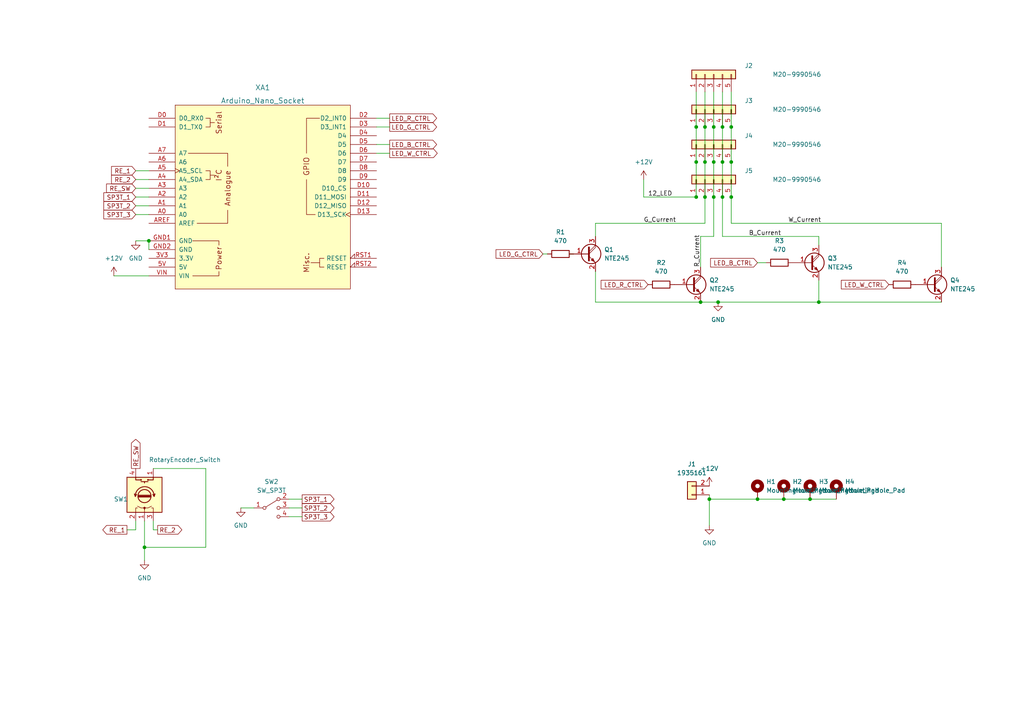
<source format=kicad_sch>
(kicad_sch (version 20211123) (generator eeschema)
  (paper "A4")
  (lib_symbols
    (symbol "Arduino:Arduino_Nano_Socket" (pin_names (offset 1.016))
      (property "Reference" "XA" (at 2.54 0 90))
      (property "Value" "Arduino_Nano_Socket" (at -2.54 0 90))
      (symbol "Arduino_Nano_Socket_0_0"
        (rectangle (start -25.4 26.67) (end 25.4 -26.67) (fill (type background)))
        (polyline (pts (xy -15.24 6.35) (xy -13.97 6.35)))
        (polyline (pts (xy -15.24 21.59) (xy -13.97 21.59)))
        (polyline (pts (xy 16.51 -19.05) (xy 13.97 -19.05)))
        (polyline (pts (xy -20.32 -22.86) (xy -12.7 -22.86) (xy -12.7 -21.59)))
        (polyline (pts (xy -12.7 -13.97) (xy -12.7 -12.7) (xy -20.32 -12.7)))
        (polyline (pts (xy -16.51 7.62) (xy -15.24 7.62) (xy -15.24 5.08) (xy -16.51 5.08)))
        (polyline (pts (xy -16.51 22.86) (xy -15.24 22.86) (xy -15.24 20.32) (xy -16.51 20.32)))
        (text "Analogue" (at -10.16 2.54 900) (effects (font (size 1.524 1.524))))
        (text "I²C" (at -12.7 6.35 900) (effects (font (size 1.524 1.524))))
        (text "Misc." (at 12.7 -19.05 900) (effects (font (size 1.524 1.524))))
        (text "Power" (at -12.7 -17.78 900) (effects (font (size 1.524 1.524))))
        (text "Serial" (at -12.7 21.59 900) (effects (font (size 1.524 1.524))))
      )
      (symbol "Arduino_Nano_Socket_0_1"
        (polyline (pts (xy -21.59 12.7) (xy -10.16 12.7) (xy -10.16 8.89)))
        (polyline (pts (xy -19.05 -7.62) (xy -10.16 -7.62) (xy -10.16 -3.81)))
        (polyline (pts (xy 15.24 -5.08) (xy 12.7 -5.08) (xy 12.7 5.08)))
        (polyline (pts (xy 16.51 22.86) (xy 12.7 22.86) (xy 12.7 12.7)))
        (polyline (pts (xy 17.78 -17.78) (xy 16.51 -17.78) (xy 16.51 -20.32) (xy 17.78 -20.32)))
      )
      (symbol "Arduino_Nano_Socket_1_0"
        (text "GPIO" (at 12.7 8.89 900) (effects (font (size 1.524 1.524))))
      )
      (symbol "Arduino_Nano_Socket_1_1"
        (pin power_in line (at -33.02 -17.78 0) (length 7.62) (name "3.3V") (number "3V3"))
        (pin power_in line (at -33.02 -20.32 0) (length 7.62) (name "5V") (number "5V"))
        (pin bidirectional line (at -33.02 -5.08 0) (length 7.62) (name "A0") (number "A0"))
        (pin bidirectional line (at -33.02 -2.54 0) (length 7.62) (name "A1") (number "A1"))
        (pin bidirectional line (at -33.02 0 0) (length 7.62) (name "A2") (number "A2"))
        (pin bidirectional line (at -33.02 2.54 0) (length 7.62) (name "A3") (number "A3"))
        (pin bidirectional line (at -33.02 5.08 0) (length 7.62) (name "A4_SDA") (number "A4"))
        (pin bidirectional clock (at -33.02 7.62 0) (length 7.62) (name "A5_SCL") (number "A5"))
        (pin input line (at -33.02 10.16 0) (length 7.62) (name "A6") (number "A6"))
        (pin input line (at -33.02 12.7 0) (length 7.62) (name "A7") (number "A7"))
        (pin input line (at -33.02 -7.62 0) (length 7.62) (name "AREF") (number "AREF"))
        (pin bidirectional line (at -33.02 22.86 0) (length 7.62) (name "D0_RX0") (number "D0"))
        (pin bidirectional line (at -33.02 20.32 0) (length 7.62) (name "D1_TX0") (number "D1"))
        (pin bidirectional line (at 33.02 2.54 180) (length 7.62) (name "D10_CS") (number "D10"))
        (pin bidirectional line (at 33.02 0 180) (length 7.62) (name "D11_MOSI") (number "D11"))
        (pin bidirectional line (at 33.02 -2.54 180) (length 7.62) (name "D12_MISO") (number "D12"))
        (pin bidirectional clock (at 33.02 -5.08 180) (length 7.62) (name "D13_SCK") (number "D13"))
        (pin bidirectional line (at 33.02 22.86 180) (length 7.62) (name "D2_INT0") (number "D2"))
        (pin bidirectional line (at 33.02 20.32 180) (length 7.62) (name "D3_INT1") (number "D3"))
        (pin bidirectional line (at 33.02 17.78 180) (length 7.62) (name "D4") (number "D4"))
        (pin bidirectional line (at 33.02 15.24 180) (length 7.62) (name "D5") (number "D5"))
        (pin bidirectional line (at 33.02 12.7 180) (length 7.62) (name "D6") (number "D6"))
        (pin bidirectional line (at 33.02 10.16 180) (length 7.62) (name "D7") (number "D7"))
        (pin bidirectional line (at 33.02 7.62 180) (length 7.62) (name "D8") (number "D8"))
        (pin bidirectional line (at 33.02 5.08 180) (length 7.62) (name "D9") (number "D9"))
        (pin power_in line (at -33.02 -12.7 0) (length 7.62) (name "GND") (number "GND1"))
        (pin power_in line (at -33.02 -15.24 0) (length 7.62) (name "GND") (number "GND2"))
        (pin open_collector input_low (at 33.02 -17.78 180) (length 7.62) (name "RESET") (number "RST1"))
        (pin open_collector input_low (at 33.02 -20.32 180) (length 7.62) (name "RESET") (number "RST2"))
        (pin power_in line (at -33.02 -22.86 0) (length 7.62) (name "VIN") (number "VIN"))
      )
    )
    (symbol "Connector_Generic:Conn_01x02" (pin_names (offset 1.016) hide)
      (property "Reference" "J" (at 0 2.54 0))
      (property "Value" "Conn_01x02" (at 0 -5.08 0))
      (symbol "Conn_01x02_1_1"
        (rectangle (start -1.27 -2.413) (end 0 -2.667) (stroke (width 0.1524)))
        (rectangle (start -1.27 0.127) (end 0 -0.127) (stroke (width 0.1524)))
        (rectangle (start -1.27 1.27) (end 1.27 -3.81) (stroke (width 0.254)) (fill (type background)))
        (pin passive line (at -5.08 0 0) (length 3.81) (name "Pin_1") (number "1"))
        (pin passive line (at -5.08 -2.54 0) (length 3.81) (name "Pin_2") (number "2"))
      )
    )
    (symbol "Connector_Generic:Conn_01x05" (pin_names (offset 1.016) hide)
      (property "Reference" "J" (at 0 7.62 0))
      (property "Value" "Conn_01x05" (at 0 -7.62 0))
      (symbol "Conn_01x05_1_1"
        (rectangle (start -1.27 -4.953) (end 0 -5.207) (stroke (width 0.1524)))
        (rectangle (start -1.27 -2.413) (end 0 -2.667) (stroke (width 0.1524)))
        (rectangle (start -1.27 0.127) (end 0 -0.127) (stroke (width 0.1524)))
        (rectangle (start -1.27 2.667) (end 0 2.413) (stroke (width 0.1524)))
        (rectangle (start -1.27 5.207) (end 0 4.953) (stroke (width 0.1524)))
        (rectangle (start -1.27 6.35) (end 1.27 -6.35) (stroke (width 0.254)) (fill (type background)))
        (pin passive line (at -5.08 5.08 0) (length 3.81) (name "Pin_1") (number "1"))
        (pin passive line (at -5.08 2.54 0) (length 3.81) (name "Pin_2") (number "2"))
        (pin passive line (at -5.08 0 0) (length 3.81) (name "Pin_3") (number "3"))
        (pin passive line (at -5.08 -2.54 0) (length 3.81) (name "Pin_4") (number "4"))
        (pin passive line (at -5.08 -5.08 0) (length 3.81) (name "Pin_5") (number "5"))
      )
    )
    (symbol "Device:Q_NPN_Darlington_EBC" (pin_names (offset 0) hide)
      (property "Reference" "Q4" (at 5.08 1.2701 0))
      (property "Value" "NTE245" (at 5.08 -1.2699 0))
      (symbol "Q_NPN_Darlington_EBC_0_1"
        (polyline (pts (xy 0.635 0.635) (xy 2.54 2.54)))
        (polyline (pts (xy 0.635 -0.635) (xy 2.54 -2.54) (xy 2.54 -2.54)))
        (polyline (pts (xy 0.635 0) (xy 2.54 1.905) (xy 2.54 2.54)))
        (polyline (pts (xy 0.635 1.905) (xy 0.635 -1.905) (xy 0.635 -1.905)) (stroke (width 0.508)))
        (polyline (pts (xy 1.27 -1.778) (xy 1.778 -1.27) (xy 2.286 -2.286) (xy 1.27 -1.778) (xy 1.27 -1.778)) (fill (type outline)))
        (circle (center 1.27 0) (radius 2.8194) (stroke (width 0.254)))
      )
      (symbol "Q_NPN_Darlington_EBC_1_1"
        (pin passive line (at -5.08 0 0) (length 5.715) (name "B") (number "1"))
        (pin passive line (at 2.54 -5.08 90) (length 2.54) (name "E") (number "2"))
        (pin passive line (at 2.54 5.08 270) (length 2.54) (name "C") (number "3"))
      )
    )
    (symbol "Device:R" (pin_numbers hide) (pin_names (offset 0))
      (property "Reference" "R" (at 2.032 0 90))
      (property "Value" "R" (at 0 0 90))
      (symbol "R_0_1"
        (rectangle (start -1.016 -2.54) (end 1.016 2.54) (stroke (width 0.254)))
      )
      (symbol "R_1_1"
        (pin passive line (at 0 3.81 270) (length 1.27) (name "~") (number "1"))
        (pin passive line (at 0 -3.81 90) (length 1.27) (name "~") (number "2"))
      )
    )
    (symbol "Device:RotaryEncoder_Switch" (pin_names (offset 0.254) hide)
      (property "Reference" "SW1" (at -1.27 8.89 90))
      (property "Value" "RotaryEncoder_Switch" (at 15.24 6.35 90))
      (symbol "RotaryEncoder_Switch_0_1"
        (rectangle (start -5.08 5.08) (end 5.08 -5.08) (stroke (width 0.254)) (fill (type background)))
        (circle (center -3.81 0) (radius 0.254) (fill (type outline)))
        (arc (start -0.381 -2.794) (mid 2.3622 -0.0508) (end -0.381 2.667) (stroke (width 0.254)))
        (circle (center -0.381 0) (radius 1.905) (stroke (width 0.254)))
        (polyline (pts (xy -0.635 -1.778) (xy -0.635 1.778)) (stroke (width 0.254)))
        (polyline (pts (xy -0.381 -1.778) (xy -0.381 1.778)) (stroke (width 0.254)))
        (polyline (pts (xy -0.127 1.778) (xy -0.127 -1.778)) (stroke (width 0.254)))
        (polyline (pts (xy 3.81 0) (xy 3.429 0)) (stroke (width 0.254)))
        (polyline (pts (xy 3.81 1.016) (xy 3.81 -1.016)) (stroke (width 0.254)))
        (polyline (pts (xy -5.08 -2.54) (xy -3.81 -2.54) (xy -3.81 -2.032)))
        (polyline (pts (xy -5.08 2.54) (xy -3.81 2.54) (xy -3.81 2.032)))
        (polyline (pts (xy 0.254 -3.048) (xy -0.508 -2.794) (xy 0.127 -2.413)) (stroke (width 0.254)))
        (polyline (pts (xy 0.254 2.921) (xy -0.508 2.667) (xy 0.127 2.286)) (stroke (width 0.254)))
        (polyline (pts (xy 5.08 -2.54) (xy 4.318 -2.54) (xy 4.318 -1.016)) (stroke (width 0.254)))
        (polyline (pts (xy 5.08 2.54) (xy 4.318 2.54) (xy 4.318 1.016)) (stroke (width 0.254)))
        (polyline (pts (xy -5.08 0) (xy -3.81 0) (xy -3.81 -1.016) (xy -3.302 -2.032)))
        (polyline (pts (xy -4.318 0) (xy -3.81 0) (xy -3.81 1.016) (xy -3.302 2.032)))
        (circle (center 4.318 -1.016) (radius 0.127) (stroke (width 0.254)))
        (circle (center 4.318 1.016) (radius 0.127) (stroke (width 0.254)))
      )
      (symbol "RotaryEncoder_Switch_1_1"
        (pin passive line (at -7.62 0 0) (length 2.54) (name "C") (number "1"))
        (pin passive line (at 7.62 -2.54 180) (length 2.54) (name "S2") (number "1"))
        (pin passive line (at -7.62 2.54 0) (length 2.54) (name "A") (number "2"))
        (pin passive line (at -7.62 -2.54 0) (length 2.54) (name "B") (number "3"))
        (pin passive line (at 7.62 2.54 180) (length 2.54) (name "S1") (number "4"))
      )
    )
    (symbol "Mechanical:MountingHole_Pad" (pin_numbers hide) (pin_names (offset 1.016) hide)
      (property "Reference" "H" (at 0 6.35 0))
      (property "Value" "MountingHole_Pad" (at 0 4.445 0))
      (symbol "MountingHole_Pad_0_1"
        (circle (center 0 1.27) (radius 1.27) (stroke (width 1.27)))
      )
      (symbol "MountingHole_Pad_1_1"
        (pin input line (at 0 -2.54 90) (length 2.54) (name "1") (number "1"))
      )
    )
    (symbol "Q_NPN_Darlington_EBC_1" (pin_names (offset 0) hide)
      (property "Reference" "Q1" (at 5.08 1.2701 0))
      (property "Value" "NTE245" (at 5.08 -1.2699 0))
      (symbol "Q_NPN_Darlington_EBC_1_0_1"
        (polyline (pts (xy 0.635 0.635) (xy 2.54 2.54)))
        (polyline (pts (xy 0.635 -0.635) (xy 2.54 -2.54) (xy 2.54 -2.54)))
        (polyline (pts (xy 0.635 0) (xy 2.54 1.905) (xy 2.54 2.54)))
        (polyline (pts (xy 0.635 1.905) (xy 0.635 -1.905) (xy 0.635 -1.905)) (stroke (width 0.508)))
        (polyline (pts (xy 1.27 -1.778) (xy 1.778 -1.27) (xy 2.286 -2.286) (xy 1.27 -1.778) (xy 1.27 -1.778)) (fill (type outline)))
        (circle (center 1.27 0) (radius 2.8194) (stroke (width 0.254)))
      )
      (symbol "Q_NPN_Darlington_EBC_1_1_1"
        (pin passive line (at -5.08 0 0) (length 5.715) (name "B") (number "1"))
        (pin passive line (at 2.54 -5.08 90) (length 2.54) (name "E") (number "2"))
        (pin passive line (at 2.54 5.08 270) (length 2.54) (name "C") (number "3"))
      )
    )
    (symbol "Q_NPN_Darlington_EBC_2" (pin_names (offset 0) hide)
      (property "Reference" "Q2" (at 5.08 1.2701 0))
      (property "Value" "Q_NPN_Darlington_EBC_2" (at 5.08 -1.2699 0))
      (symbol "Q_NPN_Darlington_EBC_2_0_1"
        (polyline (pts (xy 0.635 0.635) (xy 2.54 2.54)))
        (polyline (pts (xy 0.635 -0.635) (xy 2.54 -2.54) (xy 2.54 -2.54)))
        (polyline (pts (xy 0.635 0) (xy 2.54 1.905) (xy 2.54 2.54)))
        (polyline (pts (xy 0.635 1.905) (xy 0.635 -1.905) (xy 0.635 -1.905)) (stroke (width 0.508)))
        (polyline (pts (xy 1.27 -1.778) (xy 1.778 -1.27) (xy 2.286 -2.286) (xy 1.27 -1.778) (xy 1.27 -1.778)) (fill (type outline)))
        (circle (center 1.27 0) (radius 2.8194) (stroke (width 0.254)))
      )
      (symbol "Q_NPN_Darlington_EBC_2_1_1"
        (pin passive line (at -5.08 0 0) (length 5.715) (name "B") (number "1"))
        (pin passive line (at 2.54 -5.08 90) (length 2.54) (name "E") (number "2"))
        (pin passive line (at 2.54 5.08 270) (length 2.54) (name "C") (number "3"))
      )
    )
    (symbol "Q_NPN_Darlington_EBC_3" (pin_names (offset 0) hide)
      (property "Reference" "Q3" (at 5.08 1.2701 0))
      (property "Value" "Q_NPN_Darlington_EBC_3" (at 5.08 -1.2699 0))
      (symbol "Q_NPN_Darlington_EBC_3_0_1"
        (polyline (pts (xy 0.635 0.635) (xy 2.54 2.54)))
        (polyline (pts (xy 0.635 -0.635) (xy 2.54 -2.54) (xy 2.54 -2.54)))
        (polyline (pts (xy 0.635 0) (xy 2.54 1.905) (xy 2.54 2.54)))
        (polyline (pts (xy 0.635 1.905) (xy 0.635 -1.905) (xy 0.635 -1.905)) (stroke (width 0.508)))
        (polyline (pts (xy 1.27 -1.778) (xy 1.778 -1.27) (xy 2.286 -2.286) (xy 1.27 -1.778) (xy 1.27 -1.778)) (fill (type outline)))
        (circle (center 1.27 0) (radius 2.8194) (stroke (width 0.254)))
      )
      (symbol "Q_NPN_Darlington_EBC_3_1_1"
        (pin passive line (at -5.08 0 0) (length 5.715) (name "B") (number "1"))
        (pin passive line (at 2.54 -5.08 90) (length 2.54) (name "E") (number "2"))
        (pin passive line (at 2.54 5.08 270) (length 2.54) (name "C") (number "3"))
      )
    )
    (symbol "Switch:SW_SP3T" (pin_names (offset 0) hide)
      (property "Reference" "SW2" (at 0 7.62 0))
      (property "Value" "SW_SP3T" (at 0 5.08 0))
      (symbol "SW_SP3T_0_1"
        (circle (center -2.032 0) (radius 0.4572))
        (polyline (pts (xy -1.651 0.254) (xy 1.651 2.286)))
        (circle (center 2.032 -2.54) (radius 0.4572))
        (circle (center 2.032 0) (radius 0.4572))
        (circle (center 2.032 2.54) (radius 0.4572))
      )
      (symbol "SW_SP3T_1_1"
        (pin passive line (at -5.08 0 0) (length 2.54) (name "3") (number "1"))
        (pin passive line (at 5.08 2.54 180) (length 2.54) (name "1") (number "2"))
        (pin passive line (at 5.08 0 180) (length 2.54) (name "2") (number "3"))
        (pin passive line (at 5.08 -2.54 180) (length 2.54) (name "4") (number "4"))
      )
    )
    (symbol "power:+12V" (power) (pin_names (offset 0))
      (property "Value" "+12V" (at 0 3.556 0))
      (symbol "+12V_0_1"
        (polyline (pts (xy -0.762 1.27) (xy 0 2.54)))
        (polyline (pts (xy 0 0) (xy 0 2.54)))
        (polyline (pts (xy 0 2.54) (xy 0.762 1.27)))
      )
      (symbol "+12V_1_1"
        (pin power_in line (at 0 0 90) (length 0) hide (name "+12V") (number "1"))
      )
    )
    (symbol "power:GND" (power) (pin_names (offset 0))
      (property "Value" "GND" (at 0 -3.81 0))
      (symbol "GND_0_1"
        (polyline (pts (xy 0 0) (xy 0 -1.27) (xy 1.27 -1.27) (xy 0 -2.54) (xy -1.27 -1.27) (xy 0 -1.27)))
      )
      (symbol "GND_1_1"
        (pin power_in line (at 0 0 270) (length 0) hide (name "GND") (number "1"))
      )
    )
  )
  (junction (at 209.55 36.83))
  (junction (at 207.01 57.15))
  (junction (at 227.33 144.78))
  (junction (at 234.95 144.78))
  (junction (at 205.74 144.78))
  (junction (at 41.91 158.75))
  (junction (at 204.47 36.83))
  (junction (at 209.55 46.99))
  (junction (at 207.01 46.99))
  (junction (at 204.47 57.15))
  (junction (at 219.71 144.78))
  (junction (at 207.01 36.83))
  (junction (at 201.93 57.15))
  (junction (at 212.09 57.15))
  (junction (at 201.93 46.99))
  (junction (at 43.18 69.85))
  (junction (at 212.09 46.99))
  (junction (at 201.93 36.83))
  (junction (at 209.55 57.15))
  (junction (at 204.47 46.99))
  (junction (at 237.49 87.63))
  (junction (at 212.09 36.83))
  (junction (at 208.28 87.63))
  (junction (at 203.2 87.63))
  (wire (pts (xy 39.37 57.15) (xy 43.18 57.15)))
  (wire (pts (xy 186.69 57.15) (xy 201.93 57.15)))
  (wire (pts (xy 204.47 26.67) (xy 204.47 36.83)))
  (wire (pts (xy 39.37 62.23) (xy 43.18 62.23)))
  (wire (pts (xy 205.74 144.78) (xy 219.71 144.78)))
  (wire (pts (xy 172.72 64.77) (xy 204.47 64.77)))
  (wire (pts (xy 204.47 64.77) (xy 204.47 57.15)))
  (wire (pts (xy 203.2 68.58) (xy 207.01 68.58)))
  (wire (pts (xy 166.37 73.66) (xy 165.1 73.66)))
  (wire (pts (xy 201.93 46.99) (xy 201.93 57.15)))
  (wire (pts (xy 204.47 36.83) (xy 204.47 46.99)))
  (wire (pts (xy 44.45 153.67) (xy 44.45 151.13)))
  (wire (pts (xy 113.03 34.29) (xy 109.22 34.29)))
  (wire (pts (xy 234.95 144.78) (xy 242.57 144.78)))
  (wire (pts (xy 219.71 76.2) (xy 222.25 76.2)))
  (wire (pts (xy 212.09 46.99) (xy 212.09 57.15)))
  (wire (pts (xy 212.09 26.67) (xy 212.09 36.83)))
  (wire (pts (xy 207.01 46.99) (xy 207.01 57.15)))
  (wire (pts (xy 33.02 80.01) (xy 43.18 80.01)))
  (wire (pts (xy 113.03 36.83) (xy 109.22 36.83)))
  (wire (pts (xy 157.48 73.66) (xy 158.75 73.66)))
  (wire (pts (xy 207.01 26.67) (xy 207.01 36.83)))
  (wire (pts (xy 273.05 77.47) (xy 273.05 64.77)))
  (wire (pts (xy 203.2 87.63) (xy 208.28 87.63)))
  (wire (pts (xy 113.03 41.91) (xy 109.22 41.91)))
  (wire (pts (xy 59.69 135.89) (xy 59.69 158.75)))
  (wire (pts (xy 39.37 49.53) (xy 43.18 49.53)))
  (wire (pts (xy 39.37 69.85) (xy 43.18 69.85)))
  (wire (pts (xy 87.63 149.86) (xy 83.82 149.86)))
  (wire (pts (xy 237.49 87.63) (xy 273.05 87.63)))
  (wire (pts (xy 73.66 147.32) (xy 69.85 147.32)))
  (wire (pts (xy 186.69 52.07) (xy 186.69 57.15)))
  (wire (pts (xy 209.55 68.58) (xy 209.55 57.15)))
  (wire (pts (xy 237.49 68.58) (xy 209.55 68.58)))
  (wire (pts (xy 44.45 135.89) (xy 59.69 135.89)))
  (wire (pts (xy 207.01 68.58) (xy 207.01 57.15)))
  (wire (pts (xy 39.37 52.07) (xy 43.18 52.07)))
  (wire (pts (xy 39.37 59.69) (xy 43.18 59.69)))
  (wire (pts (xy 87.63 144.78) (xy 83.82 144.78)))
  (wire (pts (xy 39.37 153.67) (xy 36.83 153.67)))
  (wire (pts (xy 227.33 144.78) (xy 234.95 144.78)))
  (wire (pts (xy 209.55 26.67) (xy 209.55 36.83)))
  (wire (pts (xy 39.37 151.13) (xy 39.37 153.67)))
  (wire (pts (xy 201.93 36.83) (xy 201.93 46.99)))
  (wire (pts (xy 39.37 54.61) (xy 43.18 54.61)))
  (wire (pts (xy 209.55 46.99) (xy 209.55 57.15)))
  (wire (pts (xy 87.63 147.32) (xy 83.82 147.32)))
  (wire (pts (xy 205.74 144.78) (xy 205.74 143.51)))
  (wire (pts (xy 208.28 87.63) (xy 237.49 87.63)))
  (wire (pts (xy 237.49 81.28) (xy 237.49 87.63)))
  (wire (pts (xy 205.74 152.4) (xy 205.74 144.78)))
  (wire (pts (xy 212.09 36.83) (xy 212.09 46.99)))
  (wire (pts (xy 43.18 69.85) (xy 43.18 72.39)))
  (wire (pts (xy 172.72 68.58) (xy 172.72 64.77)))
  (wire (pts (xy 203.2 68.58) (xy 203.2 77.47)))
  (wire (pts (xy 212.09 57.15) (xy 212.09 64.77)))
  (wire (pts (xy 113.03 44.45) (xy 109.22 44.45)))
  (wire (pts (xy 209.55 36.83) (xy 209.55 46.99)))
  (wire (pts (xy 219.71 144.78) (xy 227.33 144.78)))
  (wire (pts (xy 204.47 46.99) (xy 204.47 57.15)))
  (wire (pts (xy 201.93 26.67) (xy 201.93 36.83)))
  (wire (pts (xy 59.69 158.75) (xy 41.91 158.75)))
  (wire (pts (xy 45.72 153.67) (xy 44.45 153.67)))
  (wire (pts (xy 207.01 36.83) (xy 207.01 46.99)))
  (wire (pts (xy 172.72 87.63) (xy 203.2 87.63)))
  (wire (pts (xy 273.05 64.77) (xy 212.09 64.77)))
  (wire (pts (xy 172.72 87.63) (xy 172.72 78.74)))
  (wire (pts (xy 41.91 158.75) (xy 41.91 162.56)))
  (wire (pts (xy 237.49 68.58) (xy 237.49 71.12)))
  (wire (pts (xy 41.91 151.13) (xy 41.91 158.75)))
  (label "G_Current" (at 186.69 64.77 0))
  (label "B_Current" (at 217.17 68.58 0))
  (label "R_Current" (at 203.2 77.47 90))
  (label "W_Current" (at 228.6 64.77 0))
  (label "12_LED" (at 187.96 57.15 0))
  (global_label "LED_B_CTRL" (shape output) (at 113.03 41.91 0) (property "Intersheet References" "${INTERSHEET_REFS}" (effects hide)))
  (global_label "SP3T_1" (shape output) (at 87.63 144.78 0) (property "Intersheet References" "${INTERSHEET_REFS}" (effects hide)))
  (global_label "SP3T_1" (shape input) (at 39.37 57.15 180) (property "Intersheet References" "${INTERSHEET_REFS}" (effects hide)))
  (global_label "RE_2" (shape input) (at 39.37 52.07 180) (property "Intersheet References" "${INTERSHEET_REFS}" (effects hide)))
  (global_label "LED_G_CTRL" (shape input) (at 157.48 73.66 180) (property "Intersheet References" "${INTERSHEET_REFS}" (effects hide)))
  (global_label "RE_1" (shape input) (at 39.37 49.53 180) (property "Intersheet References" "${INTERSHEET_REFS}" (effects hide)))
  (global_label "SP3T_2" (shape output) (at 87.63 147.32 0) (property "Intersheet References" "${INTERSHEET_REFS}" (effects hide)))
  (global_label "LED_W_CTRL" (shape output) (at 113.03 44.45 0) (property "Intersheet References" "${INTERSHEET_REFS}" (effects hide)))
  (global_label "RE_2" (shape output) (at 45.72 153.67 0) (property "Intersheet References" "${INTERSHEET_REFS}" (effects hide)))
  (global_label "SP3T_3" (shape input) (at 39.37 62.23 180) (property "Intersheet References" "${INTERSHEET_REFS}" (effects hide)))
  (global_label "SP3T_2" (shape input) (at 39.37 59.69 180) (property "Intersheet References" "${INTERSHEET_REFS}" (effects hide)))
  (global_label "SP3T_3" (shape output) (at 87.63 149.86 0) (property "Intersheet References" "${INTERSHEET_REFS}" (effects hide)))
  (global_label "LED_R_CTRL" (shape input) (at 187.96 82.55 180) (property "Intersheet References" "${INTERSHEET_REFS}" (effects hide)))
  (global_label "RE_SW" (shape input) (at 39.37 54.61 180) (property "Intersheet References" "${INTERSHEET_REFS}" (effects hide)))
  (global_label "RE_SW" (shape output) (at 39.37 135.89 90) (property "Intersheet References" "${INTERSHEET_REFS}" (effects hide)))
  (global_label "LED_G_CTRL" (shape output) (at 113.03 36.83 0) (property "Intersheet References" "${INTERSHEET_REFS}" (effects hide)))
  (global_label "LED_B_CTRL" (shape input) (at 219.71 76.2 180) (property "Intersheet References" "${INTERSHEET_REFS}" (effects hide)))
  (global_label "LED_R_CTRL" (shape output) (at 113.03 34.29 0) (property "Intersheet References" "${INTERSHEET_REFS}" (effects hide)))
  (global_label "RE_1" (shape output) (at 36.83 153.67 180) (property "Intersheet References" "${INTERSHEET_REFS}" (effects hide)))
  (global_label "LED_W_CTRL" (shape input) (at 257.81 82.55 180) (property "Intersheet References" "${INTERSHEET_REFS}" (effects hide)))
  (symbol (lib_id "power:+12V") (at 33.02 80.01 0) (unit 1)
    (property "Reference" "#PWR01" (effects hide))
    (property "Value" "+12V" (at 33.02 74.93 0))
  )
  (symbol (lib_id "Connector_Generic:Conn_01x05") (at 207.01 52.07 90) (unit 1)
    (property "Reference" "J5" (at 217.17 49.53 90))
    (property "Value" "M20-9990546" (at 231.14 52.07 90))
    (property "Footprint" "Connector_PinHeader_2.54mm:PinHeader_1x05_P2.54mm_Vertical" (effects hide))
  )
  (symbol (lib_id "Device:RotaryEncoder_Switch") (at 41.91 143.51 90) (unit 1)
    (property "Reference" "SW1" (at 33.02 144.78 90) (effects (justify right)))
    (property "Value" "RotaryEncoder_Switch" (at 43.18 133.35 90) (effects (justify right)))
    (property "Footprint" "Connector_PinHeader_2.54mm:PinHeader_1x04_P2.54mm_Vertical" (effects hide))
  )
  (symbol (lib_id "Mechanical:MountingHole_Pad") (at 219.71 142.24 0) (unit 1)
    (property "Reference" "H1" (at 222.25 139.6999 0) (effects (justify left)))
    (property "Value" "MountingHole_Pad" (at 222.25 142.2399 0) (effects (justify left)))
    (property "Footprint" "MountingHole:MountingHole_3.2mm_M3_Pad" (effects hide))
  )
  (symbol (lib_id "Device:R") (at 261.62 82.55 90) (unit 1)
    (property "Reference" "R4" (at 261.62 76.2 90))
    (property "Value" "470" (at 261.62 78.74 90))
    (property "Footprint" "Resistor_THT:R_Axial_DIN0207_L6.3mm_D2.5mm_P7.62mm_Horizontal" (effects hide))
  )
  (symbol (lib_id "Device:R") (at 226.06 76.2 90) (unit 1)
    (property "Reference" "R3" (at 226.06 69.85 90))
    (property "Value" "470" (at 226.06 72.39 90))
    (property "Footprint" "Resistor_THT:R_Axial_DIN0207_L6.3mm_D2.5mm_P7.62mm_Horizontal" (effects hide))
  )
  (symbol (lib_id "Connector_Generic:Conn_01x05") (at 207.01 31.75 90) (unit 1)
    (property "Reference" "J3" (at 217.17 29.21 90))
    (property "Value" "M20-9990546" (at 231.14 31.75 90))
    (property "Footprint" "Connector_PinHeader_2.54mm:PinHeader_1x05_P2.54mm_Vertical" (effects hide))
  )
  (symbol (lib_id "Device:R") (at 191.77 82.55 90) (unit 1)
    (property "Reference" "R2" (at 191.77 76.2 90))
    (property "Value" "470" (at 191.77 78.74 90))
    (property "Footprint" "Resistor_THT:R_Axial_DIN0207_L6.3mm_D2.5mm_P7.62mm_Horizontal" (effects hide))
  )
  (symbol (lib_id "power:GND") (at 205.74 152.4 0) (unit 1)
    (property "Reference" "#PWR07" (effects hide))
    (property "Value" "GND" (at 205.74 157.48 0))
  )
  (symbol (lib_id "power:+12V") (at 205.74 140.97 0) (unit 1)
    (property "Reference" "#PWR06" (effects hide))
    (property "Value" "+12V" (at 205.74 135.89 0))
  )
  (symbol (lib_id "Mechanical:MountingHole_Pad") (at 234.95 142.24 0) (unit 1)
    (property "Reference" "H3" (at 237.49 139.6999 0) (effects (justify left)))
    (property "Value" "MountingHole_Pad" (at 237.49 142.2399 0) (effects (justify left)))
    (property "Footprint" "MountingHole:MountingHole_3.2mm_M3_Pad" (effects hide))
  )
  (symbol (lib_id "Connector_Generic:Conn_01x02") (at 200.66 143.51 180) (unit 1)
    (property "Reference" "J1" (at 200.66 134.62 0))
    (property "Value" "1935161" (at 200.66 137.16 0))
    (property "Footprint" "TerminalBlock_Phoenix:TerminalBlock_Phoenix_MKDS-1,5-2_1x02_P5.00mm_Horizontal" (effects hide))
  )
  (symbol (lib_id "power:+12V") (at 186.69 52.07 0) (unit 1)
    (property "Reference" "#PWR05" (effects hide))
    (property "Value" "+12V" (at 186.69 46.99 0))
  )
  (symbol (lib_name "Q_NPN_Darlington_EBC_3") (lib_id "Device:Q_NPN_Darlington_EBC") (at 234.95 76.2 0) (unit 1)
    (property "Reference" "Q3" (at 240.03 74.9299 0) (effects (justify left)))
    (property "Value" "NTE245" (at 240.03 77.4699 0) (effects (justify left)))
    (property "Footprint" "Package_TO_SOT_THT:TO-3" (effects hide))
  )
  (symbol (lib_id "power:GND") (at 41.91 162.56 0) (unit 1)
    (property "Reference" "#PWR03" (effects hide))
    (property "Value" "GND" (at 41.91 167.64 0))
  )
  (symbol (lib_id "power:GND") (at 69.85 147.32 0) (unit 1)
    (property "Reference" "#PWR04" (effects hide))
    (property "Value" "GND" (at 69.85 152.4 0))
  )
  (symbol (lib_id "power:GND") (at 208.28 87.63 0) (unit 1)
    (property "Reference" "#PWR08" (effects hide))
    (property "Value" "GND" (at 208.28 92.71 0))
  )
  (symbol (lib_id "Switch:SW_SP3T") (at 78.74 147.32 0) (unit 1)
    (property "Reference" "SW2" (at 78.74 139.7 0))
    (property "Value" "SW_SP3T" (at 78.74 142.24 0))
    (property "Footprint" "Connector_PinHeader_2.54mm:PinHeader_1x04_P2.54mm_Vertical" (effects hide))
  )
  (symbol (lib_id "Mechanical:MountingHole_Pad") (at 242.57 142.24 0) (unit 1)
    (property "Reference" "H4" (at 245.11 139.6999 0) (effects (justify left)))
    (property "Value" "MountingHole_Pad" (at 245.11 142.2399 0) (effects (justify left)))
    (property "Footprint" "MountingHole:MountingHole_3.2mm_M3_Pad" (effects hide))
  )
  (symbol (lib_id "Connector_Generic:Conn_01x05") (at 207.01 41.91 90) (unit 1)
    (property "Reference" "J4" (at 217.17 39.37 90))
    (property "Value" "M20-9990546" (at 231.14 41.91 90))
    (property "Footprint" "Connector_PinHeader_2.54mm:PinHeader_1x05_P2.54mm_Vertical" (effects hide))
  )
  (symbol (lib_id "Device:Q_NPN_Darlington_EBC") (at 270.51 82.55 0) (unit 1)
    (property "Reference" "Q4" (at 275.59 81.2799 0) (effects (justify left)))
    (property "Value" "NTE245" (at 275.59 83.8199 0) (effects (justify left)))
    (property "Footprint" "Package_TO_SOT_THT:TO-3" (effects hide))
  )
  (symbol (lib_id "Mechanical:MountingHole_Pad") (at 227.33 142.24 0) (unit 1)
    (property "Reference" "H2" (at 229.87 139.6999 0) (effects (justify left)))
    (property "Value" "MountingHole_Pad" (at 229.87 142.2399 0) (effects (justify left)))
    (property "Footprint" "MountingHole:MountingHole_3.2mm_M3_Pad" (effects hide))
  )
  (symbol (lib_id "Device:R") (at 162.56 73.66 90) (unit 1)
    (property "Reference" "R1" (at 162.56 67.31 90))
    (property "Value" "470" (at 162.56 69.85 90))
    (property "Footprint" "Resistor_THT:R_Axial_DIN0207_L6.3mm_D2.5mm_P7.62mm_Horizontal" (effects hide))
  )
  (symbol (lib_id "power:GND") (at 39.37 69.85 0) (unit 1)
    (property "Reference" "#PWR02" (effects hide))
    (property "Value" "GND" (at 39.37 74.93 0))
  )
  (symbol (lib_id "Connector_Generic:Conn_01x05") (at 207.01 21.59 90) (unit 1)
    (property "Reference" "J2" (at 217.17 19.05 90))
    (property "Value" "M20-9990546" (at 231.14 21.59 90))
    (property "Footprint" "Connector_PinHeader_2.54mm:PinHeader_1x05_P2.54mm_Vertical" (effects hide))
  )
  (symbol (lib_id "Arduino:Arduino_Nano_Socket") (at 76.2 57.15 0) (unit 1)
    (property "Reference" "XA1" (at 76.2 25.4 0) (effects (font (size 1.524 1.524))))
    (property "Value" "Arduino_Nano_Socket" (at 76.2 29.21 0) (effects (font (size 1.524 1.524))))
    (property "Footprint" "Arduino:Arduino_Nano_Socket" (effects hide))
    (property "Datasheet" "https://store.arduino.cc/arduino-nano" (effects hide))
  )
  (symbol (lib_name "Q_NPN_Darlington_EBC_2") (lib_id "Device:Q_NPN_Darlington_EBC") (at 200.66 82.55 0) (unit 1)
    (property "Reference" "Q2" (at 205.74 81.2799 0) (effects (justify left)))
    (property "Value" "NTE245" (at 205.74 83.8199 0) (effects (justify left)))
    (property "Footprint" "Package_TO_SOT_THT:TO-3" (effects hide))
  )
  (symbol (lib_name "Q_NPN_Darlington_EBC_1") (lib_id "Device:Q_NPN_Darlington_EBC") (at 170.18 73.66 0) (unit 1)
    (property "Reference" "Q1" (at 175.26 72.3899 0) (effects (justify left)))
    (property "Value" "NTE245" (at 175.26 74.9299 0) (effects (justify left)))
    (property "Footprint" "Package_TO_SOT_THT:TO-3" (effects hide))
  )
)
</source>
